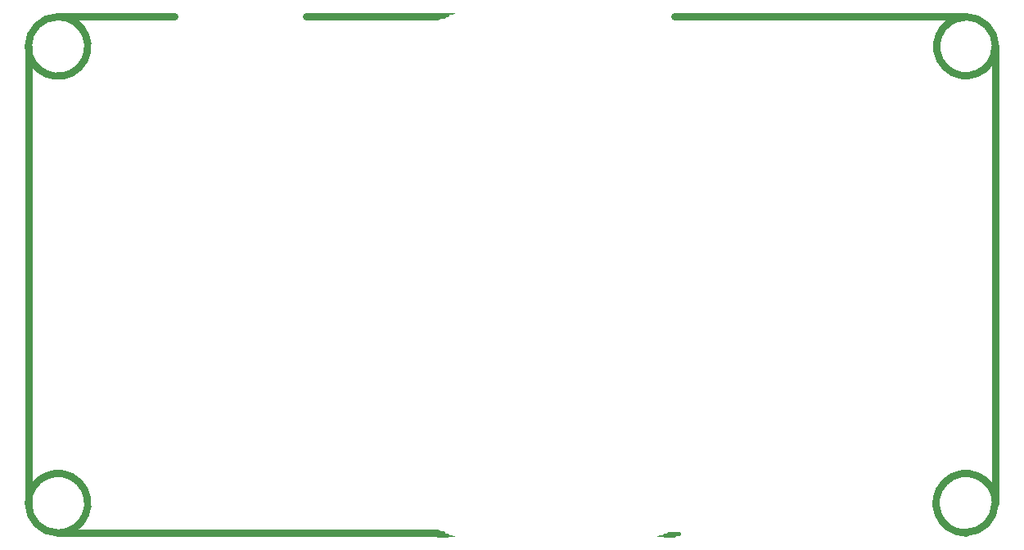
<source format=gbr>
%TF.GenerationSoftware,KiCad,Pcbnew,9.0.0*%
%TF.CreationDate,2025-04-10T11:28:11-04:00*%
%TF.ProjectId,Arduino_LCD,41726475-696e-46f5-9f4c-43442e6b6963,rev?*%
%TF.SameCoordinates,Original*%
%TF.FileFunction,Legend,Top*%
%TF.FilePolarity,Positive*%
%FSLAX46Y46*%
G04 Gerber Fmt 4.6, Leading zero omitted, Abs format (unit mm)*
G04 Created by KiCad (PCBNEW 9.0.0) date 2025-04-10 11:28:11*
%MOMM*%
%LPD*%
G01*
G04 APERTURE LIST*
%ADD10C,0.100000*%
%ADD11C,0.800000*%
%ADD12C,0.400000*%
%ADD13C,0.200000*%
G04 APERTURE END LIST*
D10*
X159251100Y-132058600D02*
X158981100Y-132058600D01*
D11*
X190901100Y-78298600D02*
X160751100Y-78298600D01*
D12*
X159741100Y-131908600D02*
X160721100Y-131908600D01*
D11*
X97001100Y-78298600D02*
G75*
G02*
X93921100Y-81378600I0J-3080000D01*
G01*
D12*
X160171100Y-131738600D02*
X161151100Y-131738600D01*
X135811100Y-131718600D02*
X136791100Y-131718600D01*
D11*
X193921100Y-81378600D02*
G75*
G02*
X190901100Y-78358600I-3020000J0D01*
G01*
D12*
X135791100Y-78268600D02*
X136851100Y-78268600D01*
D13*
X159821100Y-132008600D02*
X159191100Y-132008600D01*
D12*
X136191100Y-78098600D02*
X137251100Y-78098600D01*
D13*
X137261100Y-77998600D02*
X137811100Y-77998600D01*
D11*
X93921100Y-128628600D02*
G75*
G02*
X97001100Y-131708600I3080000J0D01*
G01*
X109041100Y-78298600D02*
X97001100Y-78298600D01*
D10*
X137781100Y-132058600D02*
X138001100Y-132058600D01*
D11*
X190901100Y-131708600D02*
X190901100Y-131708600D01*
X193921100Y-128628600D02*
X193921100Y-81378600D01*
D10*
X137771100Y-77948600D02*
X138021100Y-77948600D01*
D11*
X93921100Y-81378600D02*
G75*
G02*
X97001100Y-78298600I3080000J0D01*
G01*
X93921100Y-81378600D02*
X93921100Y-128628600D01*
D12*
X136271100Y-131908600D02*
X137251100Y-131908600D01*
D11*
X190901100Y-78298600D02*
G75*
G02*
X193981100Y-81378600I0J-3080000D01*
G01*
X190901100Y-131708600D02*
G75*
G02*
X193981100Y-128628600I0J3080000D01*
G01*
D13*
X137201100Y-132008600D02*
X137811100Y-132008600D01*
D11*
X136251100Y-78298600D02*
X122651100Y-78298600D01*
X193921100Y-128628600D02*
G75*
G02*
X190901100Y-131648600I-3020000J0D01*
G01*
X97001100Y-131708600D02*
X136251100Y-131708600D01*
X97001100Y-131708600D02*
G75*
G02*
X93921100Y-128628600I0J3080000D01*
G01*
M02*

</source>
